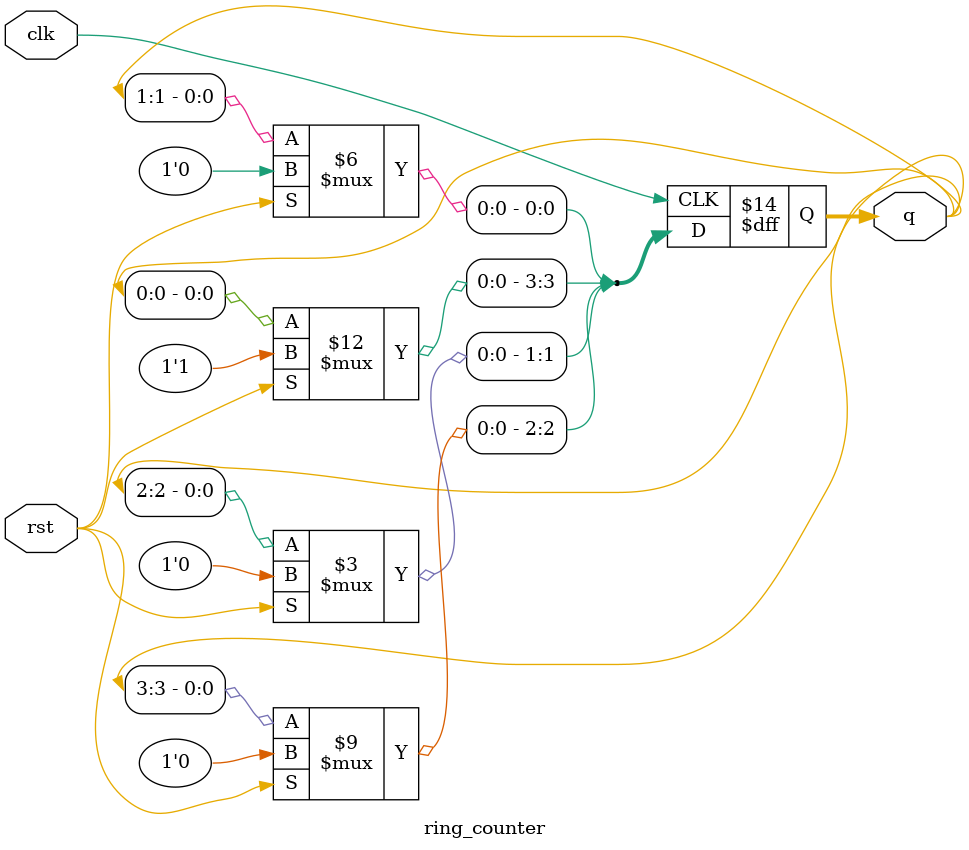
<source format=v>
`timescale 1ns / 1ps

module ring_counter( clk, rst, q );
    input clk, rst;
    output reg [3:0]q; //4-Bit ring counter
    
	always@(posedge clk)
	 begin
	  if(rst)
	       q <= 4'b1000;
	  else
	   begin
		q[2] <= q[3];
		q[1] <= q[2];
		q[0] <= q[1];
		q[3] <= q[0];
	   end
	end
endmodule

</source>
